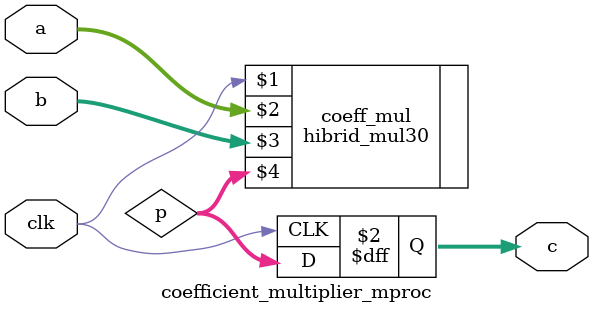
<source format=v>
`timescale 1ns / 1ps

/*================================================================================
This H DL-source code of the Ring-LWE Encryption Scheme is released under the 
MPL 1.1/GPL 2.0/LGPL 2.1 triple license.

------------------------------------------------------------------------------
Copyright (c) 2014, KU Leuven. All rights reserved.

The initial developer of this source code is Sujoy Sinha Roy, KU Leuven.
Contact Sujoy.SinhaRoy@esat.kuleuven.be for comments & questions.
Redistribution and use in source and binary forms, with or without
modification, are permitted provided that the following conditions are met:

  1. Redistributions of source code must retain the above copyright notice,
     this list of conditions and the following disclaimer.

  2. Redistributions in binary form must reproduce the above copyright 
     notice, this list of conditions and the following disclaimer in 
     the documentation and/or other materials provided with the distribution.

  3. The names of the authors may not be used to endorse or promote products
     derived from this HDL-source code without specific prior written permission.

THIS HDL-SOURCE CODE IS PROVIDED ``AS IS'' AND ANY EXPRESSED OR IMPLIED 
WARRANTIES, INCLUDING, BUT NOT LIMITED TO, THE IMPLIED WARRANTIES OF MERCHANTABILITY 
AND FITNESS FOR A PARTICULAR PURPOSE ARE DISCLAIMED. IN NO EVENT SHALL KU LEUVEN OR 
ANY CONTRIBUTORS TO THIS HDL-SOURCE CODE BE LIABLE FOR ANY DIRECT, INDIRECT, 
INCIDENTAL, SPECIAL, EXEMPLARY, OR CONSEQUENTIAL DAMAGES (INCLUDING, BUT NOT LIMITED TO, 
PROCUREMENT OF SUBSTITUTE GOODS OR SERVICES; LOSS OF USE, DATA, OR PROFITS; OR BUSINESS 
INTERRUPTION) HOWEVER CAUSED AND ON ANY THEORY OF LIABILITY, WHETHER IN CONTRACT, 
STRICT LIABILITY, OR TORT (INCLUDING NEGLIGENCE OR OTHERWISE) ARISING IN ANY WAY OUT 
OF THE USE OF THIS SOFTWARE, EVEN IF ADVISED OF THE POSSIBILITY OF SUCH DAMAGE.

================================================================================*/

/*
module coefficient_multiplier #(parameter modular_index=5) (clk, a, b, c, d);
input clk;
input [17:0] a, b;
output [17:0] c;
output [35:0] d;

//output [25:0] p;


wire [35:0] p;
reg [35:0] p_reg;

dsp_mult mult(
	.clk(clk),
	.a(a), // Bus [17 : 0] 
	.b(b), // Bus [17 : 0] 
	.p(p)); // Bus [35 : 0] 

always @(posedge clk)
p_reg <= p;

assign d = p_reg;
//mod7681	M(clk, p_reg, c);

windowed_reduction #(modular_index) WR(clk, p_reg, c);

//windowed_reduction_q147457 WR(clk, p_reg, c);

//verilog_modulus vmod(clk, p_reg, c);

endmodule
*/


module coefficient_multiplier30bit #(parameter modular_index=6) (clk, modulus_sel, a, b, c);
input clk;
input modulus_sel;
input [29:0] a, b;
output [29:0] c;

wire [59:0] p;
reg [59:0] p_reg;


// 4 stage pipelined DSP mult: 4 DSP18 are used. 
dsp_mult mult(
	.clk(clk),
	.a(a[29:0]), // Bus [29 : 0] 
	.b(b[29:0]), // Bus [29 : 0] 
	.p(p)); // Bus [59 : 0] 

always @(posedge clk)
p_reg <= p;

windowed_reduction60bit #(modular_index) WR(clk, modulus_sel, p_reg, c);
//mod_red_q #(modular_index)WR(clk, modulus_sel, p_reg, c);

/*
hibrid_mul30_4stg_pipeline	hmul(clk, a, b, p);
always @(posedge clk)
p_reg <= p;

mod_red_q #(modular_index)WR(clk, modulus_sel, p_reg, c);
*/

endmodule


module coefficient_multiplier_mproc(clk, a, b, c);
input clk;
input [29:0] a, b;
output reg [59:0] c;

wire [59:0] p;

hibrid_mul30 coeff_mul(clk, a, b, p);

always @(posedge clk)
c <= p;

endmodule

</source>
